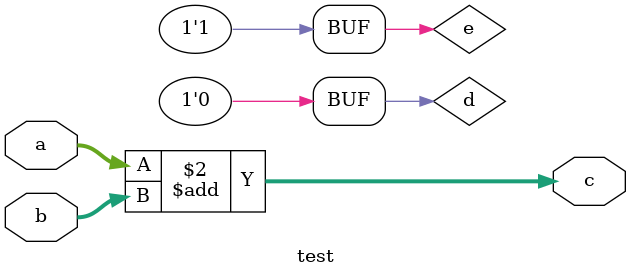
<source format=v>
module test (c, a, b);
 input [1:0] a, b;
 output [1:0] c;
 reg [1:0] c;
 wire e; //warning
 wire d; //warning
 assign e = 1;
 assign d = 0;
 always @(a or b)
   c = a + b;
endmodule


</source>
